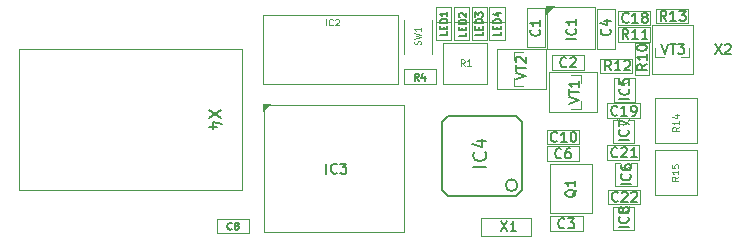
<source format=gbr>
%TF.GenerationSoftware,KiCad,Pcbnew,(6.0.7)*%
%TF.CreationDate,2022-09-07T18:04:23+02:00*%
%TF.ProjectId,BMP2_Railgun,424d5032-5f52-4616-996c-67756e2e6b69,rev?*%
%TF.SameCoordinates,Original*%
%TF.FileFunction,Legend,Top*%
%TF.FilePolarity,Positive*%
%FSLAX46Y46*%
G04 Gerber Fmt 4.6, Leading zero omitted, Abs format (unit mm)*
G04 Created by KiCad (PCBNEW (6.0.7)) date 2022-09-07 18:04:23*
%MOMM*%
%LPD*%
G01*
G04 APERTURE LIST*
%ADD10C,0.048000*%
%ADD11C,0.150000*%
%ADD12C,0.066000*%
%ADD13C,0.127000*%
%ADD14C,0.120000*%
%ADD15C,0.152400*%
G04 APERTURE END LIST*
D10*
%TO.C,R1*%
X88878057Y-99373714D02*
X88694057Y-99110857D01*
X88562628Y-99373714D02*
X88562628Y-98821714D01*
X88772914Y-98821714D01*
X88825485Y-98848000D01*
X88851771Y-98874285D01*
X88878057Y-98926857D01*
X88878057Y-99005714D01*
X88851771Y-99058285D01*
X88825485Y-99084571D01*
X88772914Y-99110857D01*
X88562628Y-99110857D01*
X89403771Y-99373714D02*
X89088342Y-99373714D01*
X89246057Y-99373714D02*
X89246057Y-98821714D01*
X89193485Y-98900571D01*
X89140914Y-98953142D01*
X89088342Y-98979428D01*
D11*
%TO.C,X2*%
X110068928Y-97534523D02*
X110635595Y-98384523D01*
X110635595Y-97534523D02*
X110068928Y-98384523D01*
X110918928Y-97615476D02*
X110959404Y-97575000D01*
X111040357Y-97534523D01*
X111242738Y-97534523D01*
X111323690Y-97575000D01*
X111364166Y-97615476D01*
X111404642Y-97696428D01*
X111404642Y-97777380D01*
X111364166Y-97898809D01*
X110878452Y-98384523D01*
X111404642Y-98384523D01*
%TO.C,X1*%
X91918928Y-112534523D02*
X92485595Y-113384523D01*
X92485595Y-112534523D02*
X91918928Y-113384523D01*
X93254642Y-113384523D02*
X92768928Y-113384523D01*
X93011785Y-113384523D02*
X93011785Y-112534523D01*
X92930833Y-112655952D01*
X92849880Y-112736904D01*
X92768928Y-112777380D01*
%TO.C,VT3*%
X105522738Y-97484523D02*
X105806071Y-98334523D01*
X106089404Y-97484523D01*
X106251309Y-97484523D02*
X106737023Y-97484523D01*
X106494166Y-98334523D02*
X106494166Y-97484523D01*
X106939404Y-97484523D02*
X107465595Y-97484523D01*
X107182261Y-97808333D01*
X107303690Y-97808333D01*
X107384642Y-97848809D01*
X107425119Y-97889285D01*
X107465595Y-97970238D01*
X107465595Y-98172619D01*
X107425119Y-98253571D01*
X107384642Y-98294047D01*
X107303690Y-98334523D01*
X107060833Y-98334523D01*
X106979880Y-98294047D01*
X106939404Y-98253571D01*
%TO.C,VT2*%
X93184523Y-100521547D02*
X94034523Y-100238214D01*
X93184523Y-99954880D01*
X93184523Y-99792976D02*
X93184523Y-99307261D01*
X94034523Y-99550119D02*
X93184523Y-99550119D01*
X93265476Y-99064404D02*
X93225000Y-99023928D01*
X93184523Y-98942976D01*
X93184523Y-98740595D01*
X93225000Y-98659642D01*
X93265476Y-98619166D01*
X93346428Y-98578690D01*
X93427380Y-98578690D01*
X93548809Y-98619166D01*
X94034523Y-99104880D01*
X94034523Y-98578690D01*
%TO.C,VT1*%
X97709523Y-102577261D02*
X98559523Y-102293928D01*
X97709523Y-102010595D01*
X97709523Y-101848690D02*
X97709523Y-101362976D01*
X98559523Y-101605833D02*
X97709523Y-101605833D01*
X98559523Y-100634404D02*
X98559523Y-101120119D01*
X98559523Y-100877261D02*
X97709523Y-100877261D01*
X97830952Y-100958214D01*
X97911904Y-101039166D01*
X97952380Y-101120119D01*
D12*
%TO.C,SW1*%
X85124142Y-97555385D02*
X85149571Y-97479100D01*
X85149571Y-97351957D01*
X85124142Y-97301100D01*
X85098714Y-97275671D01*
X85047857Y-97250242D01*
X84997000Y-97250242D01*
X84946142Y-97275671D01*
X84920714Y-97301100D01*
X84895285Y-97351957D01*
X84869857Y-97453671D01*
X84844428Y-97504528D01*
X84819000Y-97529957D01*
X84768142Y-97555385D01*
X84717285Y-97555385D01*
X84666428Y-97529957D01*
X84641000Y-97504528D01*
X84615571Y-97453671D01*
X84615571Y-97326528D01*
X84641000Y-97250242D01*
X84615571Y-97072242D02*
X85149571Y-96945100D01*
X84768142Y-96843385D01*
X85149571Y-96741671D01*
X84615571Y-96614528D01*
X85149571Y-96131385D02*
X85149571Y-96436528D01*
X85149571Y-96283957D02*
X84615571Y-96283957D01*
X84691857Y-96334814D01*
X84742714Y-96385671D01*
X84768142Y-96436528D01*
D10*
%TO.C,R15*%
X106973714Y-108762771D02*
X106710857Y-108946771D01*
X106973714Y-109078200D02*
X106421714Y-109078200D01*
X106421714Y-108867914D01*
X106448000Y-108815342D01*
X106474285Y-108789057D01*
X106526857Y-108762771D01*
X106605714Y-108762771D01*
X106658285Y-108789057D01*
X106684571Y-108815342D01*
X106710857Y-108867914D01*
X106710857Y-109078200D01*
X106973714Y-108237057D02*
X106973714Y-108552485D01*
X106973714Y-108394771D02*
X106421714Y-108394771D01*
X106500571Y-108447342D01*
X106553142Y-108499914D01*
X106579428Y-108552485D01*
X106421714Y-107737628D02*
X106421714Y-108000485D01*
X106684571Y-108026771D01*
X106658285Y-108000485D01*
X106632000Y-107947914D01*
X106632000Y-107816485D01*
X106658285Y-107763914D01*
X106684571Y-107737628D01*
X106737142Y-107711342D01*
X106868571Y-107711342D01*
X106921142Y-107737628D01*
X106947428Y-107763914D01*
X106973714Y-107816485D01*
X106973714Y-107947914D01*
X106947428Y-108000485D01*
X106921142Y-108026771D01*
%TO.C,R14*%
X107023714Y-104537771D02*
X106760857Y-104721771D01*
X107023714Y-104853200D02*
X106471714Y-104853200D01*
X106471714Y-104642914D01*
X106498000Y-104590342D01*
X106524285Y-104564057D01*
X106576857Y-104537771D01*
X106655714Y-104537771D01*
X106708285Y-104564057D01*
X106734571Y-104590342D01*
X106760857Y-104642914D01*
X106760857Y-104853200D01*
X107023714Y-104012057D02*
X107023714Y-104327485D01*
X107023714Y-104169771D02*
X106471714Y-104169771D01*
X106550571Y-104222342D01*
X106603142Y-104274914D01*
X106629428Y-104327485D01*
X106655714Y-103538914D02*
X107023714Y-103538914D01*
X106445428Y-103670342D02*
X106839714Y-103801771D01*
X106839714Y-103460057D01*
D11*
%TO.C,R13*%
X105960595Y-95559523D02*
X105677261Y-95154761D01*
X105474880Y-95559523D02*
X105474880Y-94709523D01*
X105798690Y-94709523D01*
X105879642Y-94750000D01*
X105920119Y-94790476D01*
X105960595Y-94871428D01*
X105960595Y-94992857D01*
X105920119Y-95073809D01*
X105879642Y-95114285D01*
X105798690Y-95154761D01*
X105474880Y-95154761D01*
X106770119Y-95559523D02*
X106284404Y-95559523D01*
X106527261Y-95559523D02*
X106527261Y-94709523D01*
X106446309Y-94830952D01*
X106365357Y-94911904D01*
X106284404Y-94952380D01*
X107053452Y-94709523D02*
X107579642Y-94709523D01*
X107296309Y-95033333D01*
X107417738Y-95033333D01*
X107498690Y-95073809D01*
X107539166Y-95114285D01*
X107579642Y-95195238D01*
X107579642Y-95397619D01*
X107539166Y-95478571D01*
X107498690Y-95519047D01*
X107417738Y-95559523D01*
X107174880Y-95559523D01*
X107093928Y-95519047D01*
X107053452Y-95478571D01*
%TO.C,R12*%
X101260595Y-99759523D02*
X100977261Y-99354761D01*
X100774880Y-99759523D02*
X100774880Y-98909523D01*
X101098690Y-98909523D01*
X101179642Y-98950000D01*
X101220119Y-98990476D01*
X101260595Y-99071428D01*
X101260595Y-99192857D01*
X101220119Y-99273809D01*
X101179642Y-99314285D01*
X101098690Y-99354761D01*
X100774880Y-99354761D01*
X102070119Y-99759523D02*
X101584404Y-99759523D01*
X101827261Y-99759523D02*
X101827261Y-98909523D01*
X101746309Y-99030952D01*
X101665357Y-99111904D01*
X101584404Y-99152380D01*
X102393928Y-98990476D02*
X102434404Y-98950000D01*
X102515357Y-98909523D01*
X102717738Y-98909523D01*
X102798690Y-98950000D01*
X102839166Y-98990476D01*
X102879642Y-99071428D01*
X102879642Y-99152380D01*
X102839166Y-99273809D01*
X102353452Y-99759523D01*
X102879642Y-99759523D01*
%TO.C,R11*%
X102735595Y-97109523D02*
X102452261Y-96704761D01*
X102249880Y-97109523D02*
X102249880Y-96259523D01*
X102573690Y-96259523D01*
X102654642Y-96300000D01*
X102695119Y-96340476D01*
X102735595Y-96421428D01*
X102735595Y-96542857D01*
X102695119Y-96623809D01*
X102654642Y-96664285D01*
X102573690Y-96704761D01*
X102249880Y-96704761D01*
X103545119Y-97109523D02*
X103059404Y-97109523D01*
X103302261Y-97109523D02*
X103302261Y-96259523D01*
X103221309Y-96380952D01*
X103140357Y-96461904D01*
X103059404Y-96502380D01*
X104354642Y-97109523D02*
X103868928Y-97109523D01*
X104111785Y-97109523D02*
X104111785Y-96259523D01*
X104030833Y-96380952D01*
X103949880Y-96461904D01*
X103868928Y-96502380D01*
%TO.C,R10*%
X104309523Y-99214404D02*
X103904761Y-99497738D01*
X104309523Y-99700119D02*
X103459523Y-99700119D01*
X103459523Y-99376309D01*
X103500000Y-99295357D01*
X103540476Y-99254880D01*
X103621428Y-99214404D01*
X103742857Y-99214404D01*
X103823809Y-99254880D01*
X103864285Y-99295357D01*
X103904761Y-99376309D01*
X103904761Y-99700119D01*
X104309523Y-98404880D02*
X104309523Y-98890595D01*
X104309523Y-98647738D02*
X103459523Y-98647738D01*
X103580952Y-98728690D01*
X103661904Y-98809642D01*
X103702380Y-98890595D01*
X103459523Y-97878690D02*
X103459523Y-97797738D01*
X103500000Y-97716785D01*
X103540476Y-97676309D01*
X103621428Y-97635833D01*
X103783333Y-97595357D01*
X103985714Y-97595357D01*
X104147619Y-97635833D01*
X104228571Y-97676309D01*
X104269047Y-97716785D01*
X104309523Y-97797738D01*
X104309523Y-97878690D01*
X104269047Y-97959642D01*
X104228571Y-98000119D01*
X104147619Y-98040595D01*
X103985714Y-98081071D01*
X103783333Y-98081071D01*
X103621428Y-98040595D01*
X103540476Y-98000119D01*
X103500000Y-97959642D01*
X103459523Y-97878690D01*
%TO.C,R4*%
X84991785Y-100621428D02*
X84791785Y-100335714D01*
X84648928Y-100621428D02*
X84648928Y-100021428D01*
X84877500Y-100021428D01*
X84934642Y-100050000D01*
X84963214Y-100078571D01*
X84991785Y-100135714D01*
X84991785Y-100221428D01*
X84963214Y-100278571D01*
X84934642Y-100307142D01*
X84877500Y-100335714D01*
X84648928Y-100335714D01*
X85506071Y-100221428D02*
X85506071Y-100621428D01*
X85363214Y-99992857D02*
X85220357Y-100421428D01*
X85591785Y-100421428D01*
%TO.C,Q1*%
X98340476Y-109853452D02*
X98300000Y-109934404D01*
X98219047Y-110015357D01*
X98097619Y-110136785D01*
X98057142Y-110217738D01*
X98057142Y-110298690D01*
X98259523Y-110258214D02*
X98219047Y-110339166D01*
X98138095Y-110420119D01*
X97976190Y-110460595D01*
X97692857Y-110460595D01*
X97530952Y-110420119D01*
X97450000Y-110339166D01*
X97409523Y-110258214D01*
X97409523Y-110096309D01*
X97450000Y-110015357D01*
X97530952Y-109934404D01*
X97692857Y-109893928D01*
X97976190Y-109893928D01*
X98138095Y-109934404D01*
X98219047Y-110015357D01*
X98259523Y-110096309D01*
X98259523Y-110258214D01*
X98259523Y-109084404D02*
X98259523Y-109570119D01*
X98259523Y-109327261D02*
X97409523Y-109327261D01*
X97530952Y-109408214D01*
X97611904Y-109489166D01*
X97652380Y-109570119D01*
%TO.C,LED4*%
X91921428Y-96473928D02*
X91921428Y-96759642D01*
X91321428Y-96759642D01*
X91607142Y-96273928D02*
X91607142Y-96073928D01*
X91921428Y-95988214D02*
X91921428Y-96273928D01*
X91321428Y-96273928D01*
X91321428Y-95988214D01*
X91921428Y-95731071D02*
X91321428Y-95731071D01*
X91321428Y-95588214D01*
X91350000Y-95502500D01*
X91407142Y-95445357D01*
X91464285Y-95416785D01*
X91578571Y-95388214D01*
X91664285Y-95388214D01*
X91778571Y-95416785D01*
X91835714Y-95445357D01*
X91892857Y-95502500D01*
X91921428Y-95588214D01*
X91921428Y-95731071D01*
X91521428Y-94873928D02*
X91921428Y-94873928D01*
X91292857Y-95016785D02*
X91721428Y-95159642D01*
X91721428Y-94788214D01*
%TO.C,LED3*%
X90396428Y-96498928D02*
X90396428Y-96784642D01*
X89796428Y-96784642D01*
X90082142Y-96298928D02*
X90082142Y-96098928D01*
X90396428Y-96013214D02*
X90396428Y-96298928D01*
X89796428Y-96298928D01*
X89796428Y-96013214D01*
X90396428Y-95756071D02*
X89796428Y-95756071D01*
X89796428Y-95613214D01*
X89825000Y-95527500D01*
X89882142Y-95470357D01*
X89939285Y-95441785D01*
X90053571Y-95413214D01*
X90139285Y-95413214D01*
X90253571Y-95441785D01*
X90310714Y-95470357D01*
X90367857Y-95527500D01*
X90396428Y-95613214D01*
X90396428Y-95756071D01*
X89796428Y-95213214D02*
X89796428Y-94841785D01*
X90025000Y-95041785D01*
X90025000Y-94956071D01*
X90053571Y-94898928D01*
X90082142Y-94870357D01*
X90139285Y-94841785D01*
X90282142Y-94841785D01*
X90339285Y-94870357D01*
X90367857Y-94898928D01*
X90396428Y-94956071D01*
X90396428Y-95127500D01*
X90367857Y-95184642D01*
X90339285Y-95213214D01*
%TO.C,LED2*%
X88996428Y-96548928D02*
X88996428Y-96834642D01*
X88396428Y-96834642D01*
X88682142Y-96348928D02*
X88682142Y-96148928D01*
X88996428Y-96063214D02*
X88996428Y-96348928D01*
X88396428Y-96348928D01*
X88396428Y-96063214D01*
X88996428Y-95806071D02*
X88396428Y-95806071D01*
X88396428Y-95663214D01*
X88425000Y-95577500D01*
X88482142Y-95520357D01*
X88539285Y-95491785D01*
X88653571Y-95463214D01*
X88739285Y-95463214D01*
X88853571Y-95491785D01*
X88910714Y-95520357D01*
X88967857Y-95577500D01*
X88996428Y-95663214D01*
X88996428Y-95806071D01*
X88453571Y-95234642D02*
X88425000Y-95206071D01*
X88396428Y-95148928D01*
X88396428Y-95006071D01*
X88425000Y-94948928D01*
X88453571Y-94920357D01*
X88510714Y-94891785D01*
X88567857Y-94891785D01*
X88653571Y-94920357D01*
X88996428Y-95263214D01*
X88996428Y-94891785D01*
%TO.C,LED1*%
X87421428Y-96448928D02*
X87421428Y-96734642D01*
X86821428Y-96734642D01*
X87107142Y-96248928D02*
X87107142Y-96048928D01*
X87421428Y-95963214D02*
X87421428Y-96248928D01*
X86821428Y-96248928D01*
X86821428Y-95963214D01*
X87421428Y-95706071D02*
X86821428Y-95706071D01*
X86821428Y-95563214D01*
X86850000Y-95477500D01*
X86907142Y-95420357D01*
X86964285Y-95391785D01*
X87078571Y-95363214D01*
X87164285Y-95363214D01*
X87278571Y-95391785D01*
X87335714Y-95420357D01*
X87392857Y-95477500D01*
X87421428Y-95563214D01*
X87421428Y-95706071D01*
X87421428Y-94791785D02*
X87421428Y-95134642D01*
X87421428Y-94963214D02*
X86821428Y-94963214D01*
X86907142Y-95020357D01*
X86964285Y-95077500D01*
X86992857Y-95134642D01*
%TO.C,IC8*%
X102759523Y-113050119D02*
X101909523Y-113050119D01*
X102678571Y-112159642D02*
X102719047Y-112200119D01*
X102759523Y-112321547D01*
X102759523Y-112402500D01*
X102719047Y-112523928D01*
X102638095Y-112604880D01*
X102557142Y-112645357D01*
X102395238Y-112685833D01*
X102273809Y-112685833D01*
X102111904Y-112645357D01*
X102030952Y-112604880D01*
X101950000Y-112523928D01*
X101909523Y-112402500D01*
X101909523Y-112321547D01*
X101950000Y-112200119D01*
X101990476Y-112159642D01*
X102273809Y-111673928D02*
X102233333Y-111754880D01*
X102192857Y-111795357D01*
X102111904Y-111835833D01*
X102071428Y-111835833D01*
X101990476Y-111795357D01*
X101950000Y-111754880D01*
X101909523Y-111673928D01*
X101909523Y-111512023D01*
X101950000Y-111431071D01*
X101990476Y-111390595D01*
X102071428Y-111350119D01*
X102111904Y-111350119D01*
X102192857Y-111390595D01*
X102233333Y-111431071D01*
X102273809Y-111512023D01*
X102273809Y-111673928D01*
X102314285Y-111754880D01*
X102354761Y-111795357D01*
X102435714Y-111835833D01*
X102597619Y-111835833D01*
X102678571Y-111795357D01*
X102719047Y-111754880D01*
X102759523Y-111673928D01*
X102759523Y-111512023D01*
X102719047Y-111431071D01*
X102678571Y-111390595D01*
X102597619Y-111350119D01*
X102435714Y-111350119D01*
X102354761Y-111390595D01*
X102314285Y-111431071D01*
X102273809Y-111512023D01*
%TO.C,IC7*%
X102784523Y-105675119D02*
X101934523Y-105675119D01*
X102703571Y-104784642D02*
X102744047Y-104825119D01*
X102784523Y-104946547D01*
X102784523Y-105027500D01*
X102744047Y-105148928D01*
X102663095Y-105229880D01*
X102582142Y-105270357D01*
X102420238Y-105310833D01*
X102298809Y-105310833D01*
X102136904Y-105270357D01*
X102055952Y-105229880D01*
X101975000Y-105148928D01*
X101934523Y-105027500D01*
X101934523Y-104946547D01*
X101975000Y-104825119D01*
X102015476Y-104784642D01*
X101934523Y-104501309D02*
X101934523Y-103934642D01*
X102784523Y-104298928D01*
%TO.C,IC6*%
X102959523Y-109400119D02*
X102109523Y-109400119D01*
X102878571Y-108509642D02*
X102919047Y-108550119D01*
X102959523Y-108671547D01*
X102959523Y-108752500D01*
X102919047Y-108873928D01*
X102838095Y-108954880D01*
X102757142Y-108995357D01*
X102595238Y-109035833D01*
X102473809Y-109035833D01*
X102311904Y-108995357D01*
X102230952Y-108954880D01*
X102150000Y-108873928D01*
X102109523Y-108752500D01*
X102109523Y-108671547D01*
X102150000Y-108550119D01*
X102190476Y-108509642D01*
X102109523Y-107781071D02*
X102109523Y-107942976D01*
X102150000Y-108023928D01*
X102190476Y-108064404D01*
X102311904Y-108145357D01*
X102473809Y-108185833D01*
X102797619Y-108185833D01*
X102878571Y-108145357D01*
X102919047Y-108104880D01*
X102959523Y-108023928D01*
X102959523Y-107862023D01*
X102919047Y-107781071D01*
X102878571Y-107740595D01*
X102797619Y-107700119D01*
X102595238Y-107700119D01*
X102514285Y-107740595D01*
X102473809Y-107781071D01*
X102433333Y-107862023D01*
X102433333Y-108023928D01*
X102473809Y-108104880D01*
X102514285Y-108145357D01*
X102595238Y-108185833D01*
%TO.C,IC5*%
X102834523Y-102175119D02*
X101984523Y-102175119D01*
X102753571Y-101284642D02*
X102794047Y-101325119D01*
X102834523Y-101446547D01*
X102834523Y-101527500D01*
X102794047Y-101648928D01*
X102713095Y-101729880D01*
X102632142Y-101770357D01*
X102470238Y-101810833D01*
X102348809Y-101810833D01*
X102186904Y-101770357D01*
X102105952Y-101729880D01*
X102025000Y-101648928D01*
X101984523Y-101527500D01*
X101984523Y-101446547D01*
X102025000Y-101325119D01*
X102065476Y-101284642D01*
X101984523Y-100515595D02*
X101984523Y-100920357D01*
X102389285Y-100960833D01*
X102348809Y-100920357D01*
X102308333Y-100839404D01*
X102308333Y-100637023D01*
X102348809Y-100556071D01*
X102389285Y-100515595D01*
X102470238Y-100475119D01*
X102672619Y-100475119D01*
X102753571Y-100515595D01*
X102794047Y-100556071D01*
X102834523Y-100637023D01*
X102834523Y-100839404D01*
X102794047Y-100920357D01*
X102753571Y-100960833D01*
%TO.C,IC3*%
X77174880Y-108484523D02*
X77174880Y-107634523D01*
X78065357Y-108403571D02*
X78024880Y-108444047D01*
X77903452Y-108484523D01*
X77822500Y-108484523D01*
X77701071Y-108444047D01*
X77620119Y-108363095D01*
X77579642Y-108282142D01*
X77539166Y-108120238D01*
X77539166Y-107998809D01*
X77579642Y-107836904D01*
X77620119Y-107755952D01*
X77701071Y-107675000D01*
X77822500Y-107634523D01*
X77903452Y-107634523D01*
X78024880Y-107675000D01*
X78065357Y-107715476D01*
X78348690Y-107634523D02*
X78874880Y-107634523D01*
X78591547Y-107958333D01*
X78712976Y-107958333D01*
X78793928Y-107998809D01*
X78834404Y-108039285D01*
X78874880Y-108120238D01*
X78874880Y-108322619D01*
X78834404Y-108403571D01*
X78793928Y-108444047D01*
X78712976Y-108484523D01*
X78470119Y-108484523D01*
X78389166Y-108444047D01*
X78348690Y-108403571D01*
D10*
%TO.C,IC2*%
X77137628Y-95948714D02*
X77137628Y-95396714D01*
X77715914Y-95896142D02*
X77689628Y-95922428D01*
X77610771Y-95948714D01*
X77558200Y-95948714D01*
X77479342Y-95922428D01*
X77426771Y-95869857D01*
X77400485Y-95817285D01*
X77374200Y-95712142D01*
X77374200Y-95633285D01*
X77400485Y-95528142D01*
X77426771Y-95475571D01*
X77479342Y-95423000D01*
X77558200Y-95396714D01*
X77610771Y-95396714D01*
X77689628Y-95423000D01*
X77715914Y-95449285D01*
X77926200Y-95449285D02*
X77952485Y-95423000D01*
X78005057Y-95396714D01*
X78136485Y-95396714D01*
X78189057Y-95423000D01*
X78215342Y-95449285D01*
X78241628Y-95501857D01*
X78241628Y-95554428D01*
X78215342Y-95633285D01*
X77899914Y-95948714D01*
X78241628Y-95948714D01*
D11*
%TO.C,IC1*%
X98334523Y-97109404D02*
X97484523Y-97109404D01*
X98253571Y-96218928D02*
X98294047Y-96259404D01*
X98334523Y-96380833D01*
X98334523Y-96461785D01*
X98294047Y-96583214D01*
X98213095Y-96664166D01*
X98132142Y-96704642D01*
X97970238Y-96745119D01*
X97848809Y-96745119D01*
X97686904Y-96704642D01*
X97605952Y-96664166D01*
X97525000Y-96583214D01*
X97484523Y-96461785D01*
X97484523Y-96380833D01*
X97525000Y-96259404D01*
X97565476Y-96218928D01*
X98334523Y-95409404D02*
X98334523Y-95895119D01*
X98334523Y-95652261D02*
X97484523Y-95652261D01*
X97605952Y-95733214D01*
X97686904Y-95814166D01*
X97727380Y-95895119D01*
%TO.C,C22*%
X101860595Y-110803571D02*
X101820119Y-110844047D01*
X101698690Y-110884523D01*
X101617738Y-110884523D01*
X101496309Y-110844047D01*
X101415357Y-110763095D01*
X101374880Y-110682142D01*
X101334404Y-110520238D01*
X101334404Y-110398809D01*
X101374880Y-110236904D01*
X101415357Y-110155952D01*
X101496309Y-110075000D01*
X101617738Y-110034523D01*
X101698690Y-110034523D01*
X101820119Y-110075000D01*
X101860595Y-110115476D01*
X102184404Y-110115476D02*
X102224880Y-110075000D01*
X102305833Y-110034523D01*
X102508214Y-110034523D01*
X102589166Y-110075000D01*
X102629642Y-110115476D01*
X102670119Y-110196428D01*
X102670119Y-110277380D01*
X102629642Y-110398809D01*
X102143928Y-110884523D01*
X102670119Y-110884523D01*
X102993928Y-110115476D02*
X103034404Y-110075000D01*
X103115357Y-110034523D01*
X103317738Y-110034523D01*
X103398690Y-110075000D01*
X103439166Y-110115476D01*
X103479642Y-110196428D01*
X103479642Y-110277380D01*
X103439166Y-110398809D01*
X102953452Y-110884523D01*
X103479642Y-110884523D01*
%TO.C,C21*%
X101810595Y-107028571D02*
X101770119Y-107069047D01*
X101648690Y-107109523D01*
X101567738Y-107109523D01*
X101446309Y-107069047D01*
X101365357Y-106988095D01*
X101324880Y-106907142D01*
X101284404Y-106745238D01*
X101284404Y-106623809D01*
X101324880Y-106461904D01*
X101365357Y-106380952D01*
X101446309Y-106300000D01*
X101567738Y-106259523D01*
X101648690Y-106259523D01*
X101770119Y-106300000D01*
X101810595Y-106340476D01*
X102134404Y-106340476D02*
X102174880Y-106300000D01*
X102255833Y-106259523D01*
X102458214Y-106259523D01*
X102539166Y-106300000D01*
X102579642Y-106340476D01*
X102620119Y-106421428D01*
X102620119Y-106502380D01*
X102579642Y-106623809D01*
X102093928Y-107109523D01*
X102620119Y-107109523D01*
X103429642Y-107109523D02*
X102943928Y-107109523D01*
X103186785Y-107109523D02*
X103186785Y-106259523D01*
X103105833Y-106380952D01*
X103024880Y-106461904D01*
X102943928Y-106502380D01*
%TO.C,C19*%
X101810595Y-103503571D02*
X101770119Y-103544047D01*
X101648690Y-103584523D01*
X101567738Y-103584523D01*
X101446309Y-103544047D01*
X101365357Y-103463095D01*
X101324880Y-103382142D01*
X101284404Y-103220238D01*
X101284404Y-103098809D01*
X101324880Y-102936904D01*
X101365357Y-102855952D01*
X101446309Y-102775000D01*
X101567738Y-102734523D01*
X101648690Y-102734523D01*
X101770119Y-102775000D01*
X101810595Y-102815476D01*
X102620119Y-103584523D02*
X102134404Y-103584523D01*
X102377261Y-103584523D02*
X102377261Y-102734523D01*
X102296309Y-102855952D01*
X102215357Y-102936904D01*
X102134404Y-102977380D01*
X103024880Y-103584523D02*
X103186785Y-103584523D01*
X103267738Y-103544047D01*
X103308214Y-103503571D01*
X103389166Y-103382142D01*
X103429642Y-103220238D01*
X103429642Y-102896428D01*
X103389166Y-102815476D01*
X103348690Y-102775000D01*
X103267738Y-102734523D01*
X103105833Y-102734523D01*
X103024880Y-102775000D01*
X102984404Y-102815476D01*
X102943928Y-102896428D01*
X102943928Y-103098809D01*
X102984404Y-103179761D01*
X103024880Y-103220238D01*
X103105833Y-103260714D01*
X103267738Y-103260714D01*
X103348690Y-103220238D01*
X103389166Y-103179761D01*
X103429642Y-103098809D01*
%TO.C,C18*%
X102760595Y-95653571D02*
X102720119Y-95694047D01*
X102598690Y-95734523D01*
X102517738Y-95734523D01*
X102396309Y-95694047D01*
X102315357Y-95613095D01*
X102274880Y-95532142D01*
X102234404Y-95370238D01*
X102234404Y-95248809D01*
X102274880Y-95086904D01*
X102315357Y-95005952D01*
X102396309Y-94925000D01*
X102517738Y-94884523D01*
X102598690Y-94884523D01*
X102720119Y-94925000D01*
X102760595Y-94965476D01*
X103570119Y-95734523D02*
X103084404Y-95734523D01*
X103327261Y-95734523D02*
X103327261Y-94884523D01*
X103246309Y-95005952D01*
X103165357Y-95086904D01*
X103084404Y-95127380D01*
X104055833Y-95248809D02*
X103974880Y-95208333D01*
X103934404Y-95167857D01*
X103893928Y-95086904D01*
X103893928Y-95046428D01*
X103934404Y-94965476D01*
X103974880Y-94925000D01*
X104055833Y-94884523D01*
X104217738Y-94884523D01*
X104298690Y-94925000D01*
X104339166Y-94965476D01*
X104379642Y-95046428D01*
X104379642Y-95086904D01*
X104339166Y-95167857D01*
X104298690Y-95208333D01*
X104217738Y-95248809D01*
X104055833Y-95248809D01*
X103974880Y-95289285D01*
X103934404Y-95329761D01*
X103893928Y-95410714D01*
X103893928Y-95572619D01*
X103934404Y-95653571D01*
X103974880Y-95694047D01*
X104055833Y-95734523D01*
X104217738Y-95734523D01*
X104298690Y-95694047D01*
X104339166Y-95653571D01*
X104379642Y-95572619D01*
X104379642Y-95410714D01*
X104339166Y-95329761D01*
X104298690Y-95289285D01*
X104217738Y-95248809D01*
%TO.C,C10*%
X96710595Y-105728571D02*
X96670119Y-105769047D01*
X96548690Y-105809523D01*
X96467738Y-105809523D01*
X96346309Y-105769047D01*
X96265357Y-105688095D01*
X96224880Y-105607142D01*
X96184404Y-105445238D01*
X96184404Y-105323809D01*
X96224880Y-105161904D01*
X96265357Y-105080952D01*
X96346309Y-105000000D01*
X96467738Y-104959523D01*
X96548690Y-104959523D01*
X96670119Y-105000000D01*
X96710595Y-105040476D01*
X97520119Y-105809523D02*
X97034404Y-105809523D01*
X97277261Y-105809523D02*
X97277261Y-104959523D01*
X97196309Y-105080952D01*
X97115357Y-105161904D01*
X97034404Y-105202380D01*
X98046309Y-104959523D02*
X98127261Y-104959523D01*
X98208214Y-105000000D01*
X98248690Y-105040476D01*
X98289166Y-105121428D01*
X98329642Y-105283333D01*
X98329642Y-105485714D01*
X98289166Y-105647619D01*
X98248690Y-105728571D01*
X98208214Y-105769047D01*
X98127261Y-105809523D01*
X98046309Y-105809523D01*
X97965357Y-105769047D01*
X97924880Y-105728571D01*
X97884404Y-105647619D01*
X97843928Y-105485714D01*
X97843928Y-105283333D01*
X97884404Y-105121428D01*
X97924880Y-105040476D01*
X97965357Y-105000000D01*
X98046309Y-104959523D01*
%TO.C,C8*%
X69166785Y-113189285D02*
X69138214Y-113217857D01*
X69052500Y-113246428D01*
X68995357Y-113246428D01*
X68909642Y-113217857D01*
X68852500Y-113160714D01*
X68823928Y-113103571D01*
X68795357Y-112989285D01*
X68795357Y-112903571D01*
X68823928Y-112789285D01*
X68852500Y-112732142D01*
X68909642Y-112675000D01*
X68995357Y-112646428D01*
X69052500Y-112646428D01*
X69138214Y-112675000D01*
X69166785Y-112703571D01*
X69509642Y-112903571D02*
X69452500Y-112875000D01*
X69423928Y-112846428D01*
X69395357Y-112789285D01*
X69395357Y-112760714D01*
X69423928Y-112703571D01*
X69452500Y-112675000D01*
X69509642Y-112646428D01*
X69623928Y-112646428D01*
X69681071Y-112675000D01*
X69709642Y-112703571D01*
X69738214Y-112760714D01*
X69738214Y-112789285D01*
X69709642Y-112846428D01*
X69681071Y-112875000D01*
X69623928Y-112903571D01*
X69509642Y-112903571D01*
X69452500Y-112932142D01*
X69423928Y-112960714D01*
X69395357Y-113017857D01*
X69395357Y-113132142D01*
X69423928Y-113189285D01*
X69452500Y-113217857D01*
X69509642Y-113246428D01*
X69623928Y-113246428D01*
X69681071Y-113217857D01*
X69709642Y-113189285D01*
X69738214Y-113132142D01*
X69738214Y-113017857D01*
X69709642Y-112960714D01*
X69681071Y-112932142D01*
X69623928Y-112903571D01*
%TO.C,C6*%
X97060595Y-107128571D02*
X97020119Y-107169047D01*
X96898690Y-107209523D01*
X96817738Y-107209523D01*
X96696309Y-107169047D01*
X96615357Y-107088095D01*
X96574880Y-107007142D01*
X96534404Y-106845238D01*
X96534404Y-106723809D01*
X96574880Y-106561904D01*
X96615357Y-106480952D01*
X96696309Y-106400000D01*
X96817738Y-106359523D01*
X96898690Y-106359523D01*
X97020119Y-106400000D01*
X97060595Y-106440476D01*
X97789166Y-106359523D02*
X97627261Y-106359523D01*
X97546309Y-106400000D01*
X97505833Y-106440476D01*
X97424880Y-106561904D01*
X97384404Y-106723809D01*
X97384404Y-107047619D01*
X97424880Y-107128571D01*
X97465357Y-107169047D01*
X97546309Y-107209523D01*
X97708214Y-107209523D01*
X97789166Y-107169047D01*
X97829642Y-107128571D01*
X97870119Y-107047619D01*
X97870119Y-106845238D01*
X97829642Y-106764285D01*
X97789166Y-106723809D01*
X97708214Y-106683333D01*
X97546309Y-106683333D01*
X97465357Y-106723809D01*
X97424880Y-106764285D01*
X97384404Y-106845238D01*
%TO.C,C4*%
X101153571Y-96264404D02*
X101194047Y-96304880D01*
X101234523Y-96426309D01*
X101234523Y-96507261D01*
X101194047Y-96628690D01*
X101113095Y-96709642D01*
X101032142Y-96750119D01*
X100870238Y-96790595D01*
X100748809Y-96790595D01*
X100586904Y-96750119D01*
X100505952Y-96709642D01*
X100425000Y-96628690D01*
X100384523Y-96507261D01*
X100384523Y-96426309D01*
X100425000Y-96304880D01*
X100465476Y-96264404D01*
X100667857Y-95535833D02*
X101234523Y-95535833D01*
X100344047Y-95738214D02*
X100951190Y-95940595D01*
X100951190Y-95414404D01*
%TO.C,C3*%
X97331071Y-113053571D02*
X97290595Y-113094047D01*
X97169166Y-113134523D01*
X97088214Y-113134523D01*
X96966785Y-113094047D01*
X96885833Y-113013095D01*
X96845357Y-112932142D01*
X96804880Y-112770238D01*
X96804880Y-112648809D01*
X96845357Y-112486904D01*
X96885833Y-112405952D01*
X96966785Y-112325000D01*
X97088214Y-112284523D01*
X97169166Y-112284523D01*
X97290595Y-112325000D01*
X97331071Y-112365476D01*
X97614404Y-112284523D02*
X98140595Y-112284523D01*
X97857261Y-112608333D01*
X97978690Y-112608333D01*
X98059642Y-112648809D01*
X98100119Y-112689285D01*
X98140595Y-112770238D01*
X98140595Y-112972619D01*
X98100119Y-113053571D01*
X98059642Y-113094047D01*
X97978690Y-113134523D01*
X97735833Y-113134523D01*
X97654880Y-113094047D01*
X97614404Y-113053571D01*
%TO.C,C2*%
X97485595Y-99403571D02*
X97445119Y-99444047D01*
X97323690Y-99484523D01*
X97242738Y-99484523D01*
X97121309Y-99444047D01*
X97040357Y-99363095D01*
X96999880Y-99282142D01*
X96959404Y-99120238D01*
X96959404Y-98998809D01*
X96999880Y-98836904D01*
X97040357Y-98755952D01*
X97121309Y-98675000D01*
X97242738Y-98634523D01*
X97323690Y-98634523D01*
X97445119Y-98675000D01*
X97485595Y-98715476D01*
X97809404Y-98715476D02*
X97849880Y-98675000D01*
X97930833Y-98634523D01*
X98133214Y-98634523D01*
X98214166Y-98675000D01*
X98254642Y-98715476D01*
X98295119Y-98796428D01*
X98295119Y-98877380D01*
X98254642Y-98998809D01*
X97768928Y-99484523D01*
X98295119Y-99484523D01*
%TO.C,C1*%
X95203571Y-96293928D02*
X95244047Y-96334404D01*
X95284523Y-96455833D01*
X95284523Y-96536785D01*
X95244047Y-96658214D01*
X95163095Y-96739166D01*
X95082142Y-96779642D01*
X94920238Y-96820119D01*
X94798809Y-96820119D01*
X94636904Y-96779642D01*
X94555952Y-96739166D01*
X94475000Y-96658214D01*
X94434523Y-96536785D01*
X94434523Y-96455833D01*
X94475000Y-96334404D01*
X94515476Y-96293928D01*
X95284523Y-95484404D02*
X95284523Y-95970119D01*
X95284523Y-95727261D02*
X94434523Y-95727261D01*
X94555952Y-95808214D01*
X94636904Y-95889166D01*
X94677380Y-95970119D01*
%TO.C,X4*%
X68272619Y-103090476D02*
X67272619Y-103757142D01*
X68272619Y-103757142D02*
X67272619Y-103090476D01*
X67939285Y-104566666D02*
X67272619Y-104566666D01*
X68320238Y-104328571D02*
X67605952Y-104090476D01*
X67605952Y-104709523D01*
D13*
%TO.C,IC4*%
X90720571Y-107895307D02*
X89577571Y-107895307D01*
X90611714Y-106697878D02*
X90666142Y-106752307D01*
X90720571Y-106915592D01*
X90720571Y-107024450D01*
X90666142Y-107187735D01*
X90557285Y-107296592D01*
X90448428Y-107351021D01*
X90230714Y-107405450D01*
X90067428Y-107405450D01*
X89849714Y-107351021D01*
X89740857Y-107296592D01*
X89632000Y-107187735D01*
X89577571Y-107024450D01*
X89577571Y-106915592D01*
X89632000Y-106752307D01*
X89686428Y-106697878D01*
X89958571Y-105718164D02*
X90720571Y-105718164D01*
X89523142Y-105990307D02*
X90339571Y-106262450D01*
X90339571Y-105554878D01*
D14*
%TO.C,R1*%
X90785000Y-100910000D02*
X90785000Y-97390000D01*
X87015000Y-100910000D02*
X90785000Y-100910000D01*
X90785000Y-97390000D02*
X87015000Y-97390000D01*
X87015000Y-97390000D02*
X87015000Y-100910000D01*
%TO.C,X1*%
X90291800Y-113732000D02*
X90291800Y-112208000D01*
X94508200Y-112208000D02*
X94508200Y-113732000D01*
X94508200Y-113732000D02*
X90291800Y-113732000D01*
X90291800Y-112208000D02*
X94508200Y-112208000D01*
%TO.C,VT3*%
X105035000Y-98640000D02*
X105035000Y-97860000D01*
X105715000Y-98640000D02*
X105035000Y-98640000D01*
X108185000Y-100060000D02*
X108185000Y-95940000D01*
X107235000Y-98640000D02*
X107915000Y-98640000D01*
X104765000Y-95940000D02*
X104765000Y-100060000D01*
X104765000Y-100060000D02*
X108185000Y-100060000D01*
X107915000Y-98640000D02*
X107915000Y-97860000D01*
X108185000Y-95940000D02*
X104765000Y-95940000D01*
%TO.C,VT2*%
X93060000Y-98210000D02*
X93840000Y-98210000D01*
X93060000Y-98890000D02*
X93060000Y-98210000D01*
X91640000Y-101360000D02*
X95760000Y-101360000D01*
X93060000Y-100410000D02*
X93060000Y-101090000D01*
X95760000Y-97940000D02*
X91640000Y-97940000D01*
X91640000Y-97940000D02*
X91640000Y-101360000D01*
X93060000Y-101090000D02*
X93840000Y-101090000D01*
X95760000Y-101360000D02*
X95760000Y-97940000D01*
%TO.C,VT1*%
X98690000Y-103040000D02*
X97910000Y-103040000D01*
X98690000Y-102360000D02*
X98690000Y-103040000D01*
X100110000Y-99890000D02*
X95990000Y-99890000D01*
X98690000Y-100840000D02*
X98690000Y-100160000D01*
X95990000Y-103310000D02*
X100110000Y-103310000D01*
X100110000Y-103310000D02*
X100110000Y-99890000D01*
X98690000Y-100160000D02*
X97910000Y-100160000D01*
X95990000Y-99890000D02*
X95990000Y-103310000D01*
%TO.C,SW1*%
X83735000Y-95505000D02*
X83735000Y-98385000D01*
X86115000Y-98385000D02*
X86115000Y-95505000D01*
%TO.C,R15*%
X105015000Y-110285000D02*
X108535000Y-110285000D01*
X105015000Y-106515000D02*
X105015000Y-110285000D01*
X108535000Y-110285000D02*
X108535000Y-106515000D01*
X108535000Y-106515000D02*
X105015000Y-106515000D01*
%TO.C,R14*%
X105015000Y-105860000D02*
X108535000Y-105860000D01*
X105015000Y-102090000D02*
X105015000Y-105860000D01*
X108535000Y-105860000D02*
X108535000Y-102090000D01*
X108535000Y-102090000D02*
X105015000Y-102090000D01*
%TO.C,R13*%
X107810000Y-95735000D02*
X105090000Y-95735000D01*
X105090000Y-95735000D02*
X105090000Y-94515000D01*
X105090000Y-94515000D02*
X107810000Y-94515000D01*
X107810000Y-94515000D02*
X107810000Y-95735000D01*
%TO.C,R12*%
X103060000Y-99985000D02*
X100340000Y-99985000D01*
X100340000Y-99985000D02*
X100340000Y-98765000D01*
X100340000Y-98765000D02*
X103060000Y-98765000D01*
X103060000Y-98765000D02*
X103060000Y-99985000D01*
%TO.C,R11*%
X104585000Y-97310000D02*
X101865000Y-97310000D01*
X101865000Y-97310000D02*
X101865000Y-96090000D01*
X101865000Y-96090000D02*
X104585000Y-96090000D01*
X104585000Y-96090000D02*
X104585000Y-97310000D01*
%TO.C,R10*%
X104510000Y-97440000D02*
X104510000Y-100160000D01*
X104510000Y-100160000D02*
X103290000Y-100160000D01*
X103290000Y-100160000D02*
X103290000Y-97440000D01*
X103290000Y-97440000D02*
X104510000Y-97440000D01*
%TO.C,R4*%
X83740000Y-99660000D02*
X86460000Y-99660000D01*
X86460000Y-99660000D02*
X86460000Y-100880000D01*
X86460000Y-100880000D02*
X83740000Y-100880000D01*
X83740000Y-100880000D02*
X83740000Y-99660000D01*
%TO.C,Q1*%
X96140000Y-111810000D02*
X96140000Y-107690000D01*
X99660000Y-111810000D02*
X96140000Y-111810000D01*
X96140000Y-107690000D02*
X99660000Y-107690000D01*
X99660000Y-107690000D02*
X99660000Y-111810000D01*
%TO.C,LED4*%
X90940000Y-94390000D02*
X92260000Y-94390000D01*
X92260000Y-95630000D02*
X92260000Y-97210000D01*
X92260000Y-97210000D02*
X90940000Y-97210000D01*
X90940000Y-95630000D02*
X90940000Y-94390000D01*
X90940000Y-97210000D02*
X90940000Y-95630000D01*
X92260000Y-94390000D02*
X92260000Y-95630000D01*
X90940000Y-95630000D02*
X92260000Y-95630000D01*
%TO.C,LED3*%
X89465000Y-94390000D02*
X90785000Y-94390000D01*
X90785000Y-95630000D02*
X90785000Y-97210000D01*
X90785000Y-97210000D02*
X89465000Y-97210000D01*
X89465000Y-95630000D02*
X89465000Y-94390000D01*
X89465000Y-97210000D02*
X89465000Y-95630000D01*
X90785000Y-94390000D02*
X90785000Y-95630000D01*
X89465000Y-95630000D02*
X90785000Y-95630000D01*
%TO.C,LED2*%
X87965000Y-94390000D02*
X89285000Y-94390000D01*
X89285000Y-95630000D02*
X89285000Y-97210000D01*
X89285000Y-97210000D02*
X87965000Y-97210000D01*
X87965000Y-95630000D02*
X87965000Y-94390000D01*
X87965000Y-97210000D02*
X87965000Y-95630000D01*
X89285000Y-94390000D02*
X89285000Y-95630000D01*
X87965000Y-95630000D02*
X89285000Y-95630000D01*
%TO.C,LED1*%
X86440000Y-94390000D02*
X87760000Y-94390000D01*
X87760000Y-95630000D02*
X87760000Y-97210000D01*
X87760000Y-97210000D02*
X86440000Y-97210000D01*
X86440000Y-95630000D02*
X86440000Y-94390000D01*
X86440000Y-97210000D02*
X86440000Y-95630000D01*
X87760000Y-94390000D02*
X87760000Y-95630000D01*
X86440000Y-95630000D02*
X87760000Y-95630000D01*
%TO.C,IC8*%
X101450000Y-111310000D02*
X101450000Y-113290000D01*
X101450000Y-111310000D02*
X101867500Y-111310000D01*
X103250000Y-113290000D02*
X103250000Y-111310000D01*
X103250000Y-111310000D02*
X102832500Y-111310000D01*
X101450000Y-113290000D02*
X103250000Y-113290000D01*
X101867500Y-111310000D02*
G75*
G03*
X102832500Y-111310000I482500J0D01*
G01*
%TO.C,IC7*%
X101425000Y-103910000D02*
X101425000Y-105890000D01*
X101425000Y-103910000D02*
X101842500Y-103910000D01*
X103225000Y-105890000D02*
X103225000Y-103910000D01*
X103225000Y-103910000D02*
X102807500Y-103910000D01*
X101425000Y-105890000D02*
X103225000Y-105890000D01*
X101842500Y-103910000D02*
G75*
G03*
X102807500Y-103910000I482500J0D01*
G01*
%TO.C,IC6*%
X101650000Y-107585000D02*
X101650000Y-109565000D01*
X101650000Y-107585000D02*
X102067500Y-107585000D01*
X103450000Y-109565000D02*
X103450000Y-107585000D01*
X103450000Y-107585000D02*
X103032500Y-107585000D01*
X101650000Y-109565000D02*
X103450000Y-109565000D01*
X102067500Y-107585000D02*
G75*
G03*
X103032500Y-107585000I482500J0D01*
G01*
%TO.C,IC5*%
X101500000Y-100410000D02*
X101500000Y-102390000D01*
X101500000Y-100410000D02*
X101917500Y-100410000D01*
X103300000Y-102390000D02*
X103300000Y-100410000D01*
X103300000Y-100410000D02*
X102882500Y-100410000D01*
X101500000Y-102390000D02*
X103300000Y-102390000D01*
X101917500Y-100410000D02*
G75*
G03*
X102882500Y-100410000I482500J0D01*
G01*
%TO.C,IC3*%
X83785000Y-102655000D02*
X71865000Y-102655000D01*
X71865000Y-113435000D02*
X83785000Y-113435000D01*
X83785000Y-113435000D02*
X83785000Y-102655000D01*
X71865000Y-102655000D02*
X71865000Y-113435000D01*
G36*
X71805000Y-103309853D02*
G01*
X71805000Y-102595000D01*
X72519853Y-102595000D01*
X71805000Y-103309853D01*
G37*
%TO.C,IC2*%
X71775000Y-95055000D02*
X83275000Y-95055000D01*
X83275000Y-95055000D02*
X83275000Y-100935000D01*
X71775000Y-100935000D02*
X71775000Y-95055000D01*
X83275000Y-100935000D02*
X71775000Y-100935000D01*
%TO.C,IC1*%
X95865000Y-94390000D02*
X99885000Y-94390000D01*
X95865000Y-97960000D02*
X95865000Y-94390000D01*
X99885000Y-94390000D02*
X99885000Y-97960000D01*
X99885000Y-97960000D02*
X95865000Y-97960000D01*
G36*
X95805000Y-95044853D02*
G01*
X95805000Y-94330000D01*
X96519853Y-94330000D01*
X95805000Y-95044853D01*
G37*
%TO.C,C22*%
X103710000Y-111085000D02*
X100990000Y-111085000D01*
X100990000Y-111085000D02*
X100990000Y-109865000D01*
X100990000Y-109865000D02*
X103710000Y-109865000D01*
X103710000Y-109865000D02*
X103710000Y-111085000D01*
%TO.C,C21*%
X103660000Y-107310000D02*
X100940000Y-107310000D01*
X100940000Y-107310000D02*
X100940000Y-106090000D01*
X100940000Y-106090000D02*
X103660000Y-106090000D01*
X103660000Y-106090000D02*
X103660000Y-107310000D01*
%TO.C,C19*%
X103685000Y-103760000D02*
X100965000Y-103760000D01*
X100965000Y-103760000D02*
X100965000Y-102540000D01*
X100965000Y-102540000D02*
X103685000Y-102540000D01*
X103685000Y-102540000D02*
X103685000Y-103760000D01*
%TO.C,C18*%
X104585000Y-95910000D02*
X101865000Y-95910000D01*
X101865000Y-95910000D02*
X101865000Y-94690000D01*
X101865000Y-94690000D02*
X104585000Y-94690000D01*
X104585000Y-94690000D02*
X104585000Y-95910000D01*
%TO.C,C10*%
X98585000Y-106010000D02*
X95865000Y-106010000D01*
X95865000Y-106010000D02*
X95865000Y-104790000D01*
X95865000Y-104790000D02*
X98585000Y-104790000D01*
X98585000Y-104790000D02*
X98585000Y-106010000D01*
%TO.C,C8*%
X67940000Y-112315000D02*
X70660000Y-112315000D01*
X70660000Y-112315000D02*
X70660000Y-113535000D01*
X70660000Y-113535000D02*
X67940000Y-113535000D01*
X67940000Y-113535000D02*
X67940000Y-112315000D01*
%TO.C,C6*%
X98585000Y-107410000D02*
X95865000Y-107410000D01*
X95865000Y-107410000D02*
X95865000Y-106190000D01*
X95865000Y-106190000D02*
X98585000Y-106190000D01*
X98585000Y-106190000D02*
X98585000Y-107410000D01*
%TO.C,C4*%
X100090000Y-97910000D02*
X100090000Y-94590000D01*
X101610000Y-94590000D02*
X101610000Y-97910000D01*
X100090000Y-94590000D02*
X101610000Y-94590000D01*
X101610000Y-97910000D02*
X100090000Y-97910000D01*
%TO.C,C3*%
X96140000Y-112090000D02*
X98860000Y-112090000D01*
X98860000Y-112090000D02*
X98860000Y-113310000D01*
X98860000Y-113310000D02*
X96140000Y-113310000D01*
X96140000Y-113310000D02*
X96140000Y-112090000D01*
%TO.C,C2*%
X99010000Y-99710000D02*
X96290000Y-99710000D01*
X96290000Y-99710000D02*
X96290000Y-98490000D01*
X96290000Y-98490000D02*
X99010000Y-98490000D01*
X99010000Y-98490000D02*
X99010000Y-99710000D01*
%TO.C,C1*%
X95660000Y-94440000D02*
X95660000Y-97760000D01*
X94140000Y-97760000D02*
X94140000Y-94440000D01*
X95660000Y-97760000D02*
X94140000Y-97760000D01*
X94140000Y-94440000D02*
X95660000Y-94440000D01*
%TO.C,X4*%
X70010000Y-97950000D02*
X51110000Y-97950000D01*
X51110000Y-97950000D02*
X51110000Y-109870000D01*
X51110000Y-109870000D02*
X70010000Y-109870000D01*
X70010000Y-109870000D02*
X70010000Y-97950000D01*
D15*
%TO.C,IC4*%
X86977000Y-104102000D02*
X86977000Y-109848000D01*
X87477000Y-103602000D02*
X86977000Y-104102000D01*
X93723000Y-109848000D02*
X93723000Y-104102000D01*
X87477000Y-110348000D02*
X93223000Y-110348000D01*
X93723000Y-104102000D02*
X93223000Y-103602000D01*
X93223000Y-110348000D02*
X93723000Y-109848000D01*
X86977000Y-109848000D02*
X87477000Y-110348000D01*
X93223000Y-103602000D02*
X87477000Y-103602000D01*
X93350000Y-109475000D02*
G75*
G03*
X93350000Y-109475000I-500000J0D01*
G01*
%TD*%
M02*

</source>
